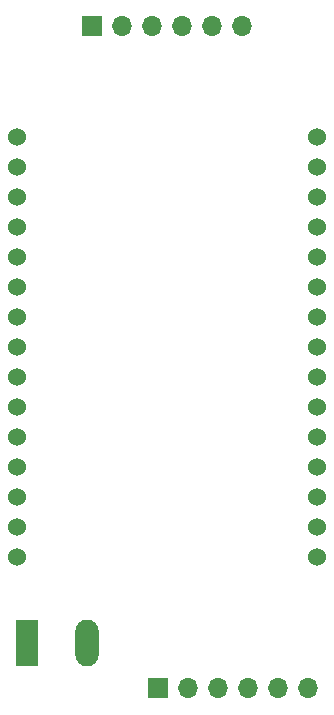
<source format=gbl>
G04 #@! TF.GenerationSoftware,KiCad,Pcbnew,(5.0.2)-1*
G04 #@! TF.CreationDate,2019-03-03T23:17:22+08:00*
G04 #@! TF.ProjectId,pcbtest-nrf24_breakout,70636274-6573-4742-9d6e-726632345f62,rev?*
G04 #@! TF.SameCoordinates,Original*
G04 #@! TF.FileFunction,Copper,L2,Bot*
G04 #@! TF.FilePolarity,Positive*
%FSLAX46Y46*%
G04 Gerber Fmt 4.6, Leading zero omitted, Abs format (unit mm)*
G04 Created by KiCad (PCBNEW (5.0.2)-1) date 03-Mar-19 11:17:22 PM*
%MOMM*%
%LPD*%
G01*
G04 APERTURE LIST*
G04 #@! TA.AperFunction,ComponentPad*
%ADD10O,1.700000X1.700000*%
G04 #@! TD*
G04 #@! TA.AperFunction,ComponentPad*
%ADD11R,1.700000X1.700000*%
G04 #@! TD*
G04 #@! TA.AperFunction,ComponentPad*
%ADD12C,1.524000*%
G04 #@! TD*
G04 #@! TA.AperFunction,ComponentPad*
%ADD13R,1.980000X3.960000*%
G04 #@! TD*
G04 #@! TA.AperFunction,ComponentPad*
%ADD14O,1.980000X3.960000*%
G04 #@! TD*
G04 APERTURE END LIST*
D10*
G04 #@! TO.P,J2,6*
G04 #@! TO.N,Net-(J1-Pad6)*
X131318000Y-123317000D03*
G04 #@! TO.P,J2,5*
G04 #@! TO.N,Net-(J1-Pad5)*
X128778000Y-123317000D03*
G04 #@! TO.P,J2,4*
G04 #@! TO.N,Net-(J2-Pad4)*
X126238000Y-123317000D03*
G04 #@! TO.P,J2,3*
G04 #@! TO.N,Net-(J1-Pad3)*
X123698000Y-123317000D03*
G04 #@! TO.P,J2,2*
G04 #@! TO.N,Net-(C1-Pad1)*
X121158000Y-123317000D03*
D11*
G04 #@! TO.P,J2,1*
G04 #@! TO.N,Net-(J1-Pad1)*
X118618000Y-123317000D03*
G04 #@! TD*
D12*
G04 #@! TO.P,U1,1*
G04 #@! TO.N,Net-(U1-Pad1)*
X132080000Y-79248000D03*
G04 #@! TO.P,U1,2*
G04 #@! TO.N,Net-(U1-Pad2)*
X132080000Y-81788000D03*
G04 #@! TO.P,U1,3*
G04 #@! TO.N,Net-(U1-Pad3)*
X132080000Y-84328000D03*
G04 #@! TO.P,U1,4*
G04 #@! TO.N,Net-(U1-Pad4)*
X132080000Y-86868000D03*
G04 #@! TO.P,U1,5*
G04 #@! TO.N,Net-(U1-Pad5)*
X132080000Y-89408000D03*
G04 #@! TO.P,U1,6*
G04 #@! TO.N,Net-(U1-Pad6)*
X132080000Y-91948000D03*
G04 #@! TO.P,U1,7*
G04 #@! TO.N,Net-(U1-Pad7)*
X132080000Y-94488000D03*
G04 #@! TO.P,U1,8*
G04 #@! TO.N,Net-(U1-Pad8)*
X132080000Y-97028000D03*
G04 #@! TO.P,U1,9*
G04 #@! TO.N,Net-(U1-Pad9)*
X132080000Y-99568000D03*
G04 #@! TO.P,U1,10*
G04 #@! TO.N,Net-(U1-Pad10)*
X132080000Y-102108000D03*
G04 #@! TO.P,U1,11*
G04 #@! TO.N,Net-(J2-Pad4)*
X132080000Y-104648000D03*
G04 #@! TO.P,U1,12*
G04 #@! TO.N,Net-(J1-Pad4)*
X132080000Y-107188000D03*
G04 #@! TO.P,U1,13*
G04 #@! TO.N,Net-(U1-Pad13)*
X132080000Y-109728000D03*
G04 #@! TO.P,U1,14*
G04 #@! TO.N,Net-(U1-Pad14)*
X132080000Y-112268000D03*
G04 #@! TO.P,U1,15*
G04 #@! TO.N,Net-(C1-Pad2)*
X106680000Y-112268000D03*
G04 #@! TO.P,U1,16*
G04 #@! TO.N,Net-(C1-Pad1)*
X106680000Y-109728000D03*
G04 #@! TO.P,U1,17*
G04 #@! TO.N,Net-(U1-Pad17)*
X106680000Y-107188000D03*
G04 #@! TO.P,U1,18*
G04 #@! TO.N,Net-(U1-Pad18)*
X106680000Y-104648000D03*
G04 #@! TO.P,U1,19*
G04 #@! TO.N,Net-(U1-Pad19)*
X106680000Y-102108000D03*
G04 #@! TO.P,U1,20*
G04 #@! TO.N,Net-(U1-Pad20)*
X106680000Y-99568000D03*
G04 #@! TO.P,U1,21*
G04 #@! TO.N,Net-(U1-Pad21)*
X106680000Y-97028000D03*
G04 #@! TO.P,U1,22*
G04 #@! TO.N,Net-(U1-Pad22)*
X106680000Y-94488000D03*
G04 #@! TO.P,U1,23*
G04 #@! TO.N,Net-(U1-Pad23)*
X106680000Y-91948000D03*
G04 #@! TO.P,U1,24*
G04 #@! TO.N,Net-(U1-Pad24)*
X106680000Y-89408000D03*
G04 #@! TO.P,U1,25*
G04 #@! TO.N,Net-(U1-Pad25)*
X106680000Y-86868000D03*
G04 #@! TO.P,U1,26*
G04 #@! TO.N,Net-(U1-Pad26)*
X106680000Y-84328000D03*
G04 #@! TO.P,U1,27*
G04 #@! TO.N,Net-(U1-Pad27)*
X106680000Y-81788000D03*
G04 #@! TO.P,U1,28*
G04 #@! TO.N,Net-(U1-Pad28)*
X106680000Y-79248000D03*
G04 #@! TO.P,U1,29*
G04 #@! TO.N,Net-(U1-Pad29)*
X106680000Y-76708000D03*
G04 #@! TO.P,U1,0*
G04 #@! TO.N,Net-(U1-Pad0)*
X132080000Y-76708000D03*
G04 #@! TD*
D11*
G04 #@! TO.P,J1,1*
G04 #@! TO.N,Net-(J1-Pad1)*
X113030000Y-67310000D03*
D10*
G04 #@! TO.P,J1,2*
G04 #@! TO.N,Net-(C1-Pad1)*
X115570000Y-67310000D03*
G04 #@! TO.P,J1,3*
G04 #@! TO.N,Net-(J1-Pad3)*
X118110000Y-67310000D03*
G04 #@! TO.P,J1,4*
G04 #@! TO.N,Net-(J1-Pad4)*
X120650000Y-67310000D03*
G04 #@! TO.P,J1,5*
G04 #@! TO.N,Net-(J1-Pad5)*
X123190000Y-67310000D03*
G04 #@! TO.P,J1,6*
G04 #@! TO.N,Net-(J1-Pad6)*
X125730000Y-67310000D03*
G04 #@! TD*
D13*
G04 #@! TO.P,J3,1*
G04 #@! TO.N,Net-(C1-Pad1)*
X107569000Y-119507000D03*
D14*
G04 #@! TO.P,J3,2*
G04 #@! TO.N,Net-(C2-Pad1)*
X112569000Y-119507000D03*
G04 #@! TD*
M02*

</source>
